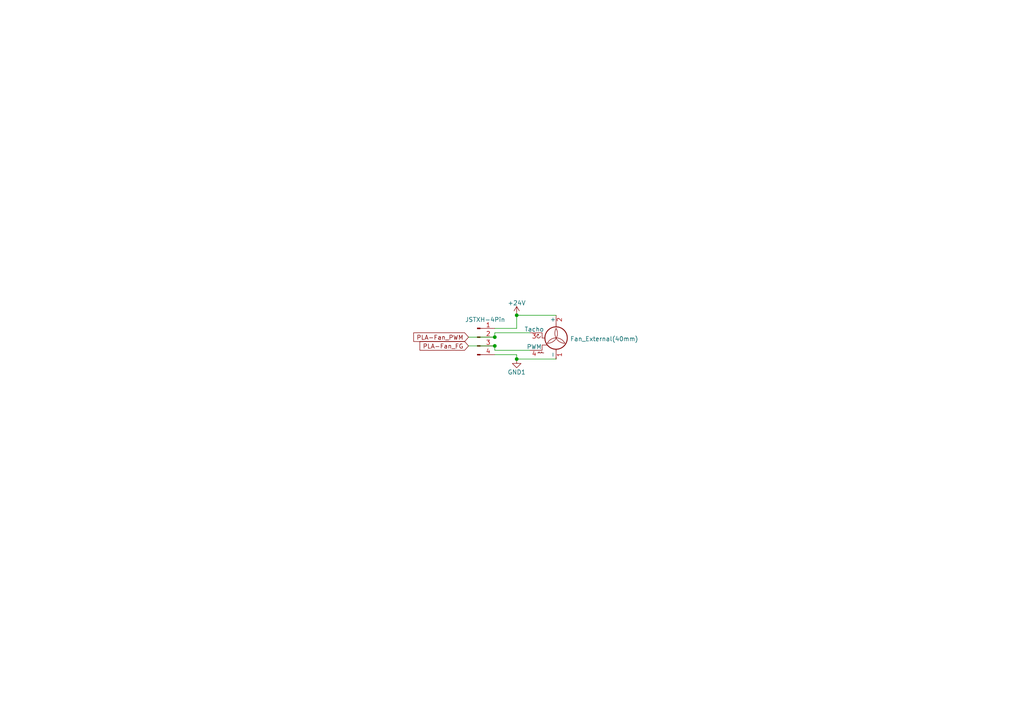
<source format=kicad_sch>
(kicad_sch (version 20250114) (generator "eeschema") (generator_version "9.0")
  (paper "A4")
  (lib_symbols
    (symbol "Connector:Conn_01x04_Pin" (pin_names (offset 1.016) (hide yes))
      (property "Reference" "J" (at 0 5.08 0))
      (property "Value" "Conn_01x04_Pin" (at 0 -7.62 0))
      (symbol "Conn_01x04_Pin_1_1"
        (rectangle (start 0.8636 2.667) (end 0 2.413) (stroke (width 0.1524)) (fill (type outline)))
        (rectangle (start 0.8636 0.127) (end 0 -0.127) (stroke (width 0.1524)) (fill (type outline)))
        (rectangle (start 0.8636 -2.413) (end 0 -2.667) (stroke (width 0.1524)) (fill (type outline)))
        (rectangle (start 0.8636 -4.953) (end 0 -5.207) (stroke (width 0.1524)) (fill (type outline)))
        (polyline (pts (xy 1.27 2.54) (xy 0.8636 2.54)) (stroke (width 0.1524)))
        (polyline (pts (xy 1.27 0) (xy 0.8636 0)) (stroke (width 0.1524)))
        (polyline (pts (xy 1.27 -2.54) (xy 0.8636 -2.54)) (stroke (width 0.1524)))
        (polyline (pts (xy 1.27 -5.08) (xy 0.8636 -5.08)) (stroke (width 0.1524)))
        (pin passive line (at 5.08 2.54 180) (length 3.81) (name "Pin_1") (number "1"))
        (pin passive line (at 5.08 0 180) (length 3.81) (name "Pin_2") (number "2"))
        (pin passive line (at 5.08 -2.54 180) (length 3.81) (name "Pin_3") (number "3"))
        (pin passive line (at 5.08 -5.08 180) (length 3.81) (name "Pin_4") (number "4"))
      )
    )
    (symbol "Motor:Fan_4pin" (pin_names (offset 0))
      (property "Reference" "M" (at 2.54 5.08 0))
      (property "Value" "Fan_4pin" (at 2.54 -2.54 0))
      (symbol "Fan_4pin_0_0"
        (polyline (pts (xy -5.08 2.032) (xy -5.334 2.159)))
        (polyline (pts (xy -5.08 2.032) (xy -5.207 1.778)))
        (arc (start -4.572 1.524) (mid -5.08 1.0182) (end -5.588 1.524))
        (arc (start -5.588 1.524) (mid -5.4392 1.8832) (end -5.08 2.032))
        (polyline (pts (xy -4.064 2.54) (xy -4.064 1.016) (xy -3.302 1.016)))
      )
      (symbol "Fan_4pin_0_1"
        (polyline (pts (xy -5.334 -3.302) (xy -5.08 -3.302) (xy -5.08 -3.048) (xy -4.826 -3.048) (xy -4.826 -3.302) (xy -4.318 -3.302) (xy -4.318 -3.048) (xy -4.064 -3.048) (xy -4.064 -3.302) (xy -3.556 -3.302)))
        (polyline (pts (xy -4.064 2.54) (xy -5.08 2.54)))
        (polyline (pts (xy -2.54 -1.016) (xy -4.064 -1.016) (xy -4.064 -2.54) (xy -5.08 -2.54)))
        (arc (start 0 3.81) (mid -0.0015 0.9048) (end -2.54 -0.508))
        (polyline (pts (xy 0 4.572) (xy 0 5.08)))
        (polyline (pts (xy 0 4.2672) (xy 0 4.6228)))
        (circle (center 0 1.016) (radius 3.2512) (stroke (width 0.254)))
        (arc (start -2.54 -0.508) (mid 0 1.0618) (end 2.54 -0.508))
        (polyline (pts (xy 0 -2.2352) (xy 0 -2.6416)))
        (polyline (pts (xy 0 -5.08) (xy 0 -4.572)))
        (arc (start 2.54 -0.508) (mid 0.047 0.9315) (end 0 3.81))
      )
      (symbol "Fan_4pin_1_1"
        (pin passive line (at -7.62 2.54 0) (length 2.54) (name "Tacho") (number "3"))
        (pin input line (at -7.62 -2.54 0) (length 2.54) (name "PWM") (number "4"))
        (pin passive line (at 0 7.62 270) (length 2.54) (name "+") (number "2"))
        (pin passive line (at 0 -5.08 90) (length 2.54) (name "-") (number "1"))
      )
    )
    (symbol "power:+24V" (power) (pin_numbers (hide yes)) (pin_names (offset 0) (hide yes))
      (property "Value" "+24V" (at 0 3.556 0))
      (symbol "+24V_0_1"
        (polyline (pts (xy -0.762 1.27) (xy 0 2.54)))
        (polyline (pts (xy 0 2.54) (xy 0.762 1.27)))
        (polyline (pts (xy 0 0) (xy 0 2.54)))
      )
      (symbol "+24V_1_1"
        (pin power_in line (at 0 0 90) (length 0) (name "~") (number "1"))
      )
    )
    (symbol "power:GND1" (power) (pin_numbers (hide yes)) (pin_names (offset 0) (hide yes))
      (property "Value" "GND1" (at 0 -3.81 0))
      (symbol "GND1_0_1"
        (polyline (pts (xy 0 0) (xy 0 -1.27) (xy 1.27 -1.27) (xy 0 -2.54) (xy -1.27 -1.27) (xy 0 -1.27)))
      )
      (symbol "GND1_1_1"
        (pin power_in line (at 0 0 270) (length 0) (name "~") (number "1"))
      )
    )
  )
  (junction (at 149.86 91.44))
  (junction (at 143.51 100.33))
  (junction (at 143.51 97.79))
  (junction (at 149.86 104.14))
  (wire (pts (xy 143.51 96.52) (xy 143.51 97.79)))
  (wire (pts (xy 143.51 95.25) (xy 149.86 95.25)))
  (wire (pts (xy 149.86 104.14) (xy 161.29 104.14)))
  (wire (pts (xy 149.86 102.87) (xy 149.86 104.14)))
  (wire (pts (xy 149.86 91.44) (xy 161.29 91.44)))
  (wire (pts (xy 149.86 95.25) (xy 149.86 91.44)))
  (wire (pts (xy 143.51 102.87) (xy 149.86 102.87)))
  (wire (pts (xy 153.67 96.52) (xy 143.51 96.52)))
  (wire (pts (xy 135.89 97.79) (xy 143.51 97.79)))
  (wire (pts (xy 143.51 101.6) (xy 143.51 100.33)))
  (wire (pts (xy 153.67 101.6) (xy 143.51 101.6)))
  (wire (pts (xy 135.89 100.33) (xy 143.51 100.33)))
  (global_label "PLA-Fan_PWM" (shape input) (at 135.89 97.79 180) (property "Intersheetrefs" "${INTERSHEET_REFS}" (effects (hide yes))))
  (global_label "PLA-Fan_FG" (shape input) (at 135.89 100.33 180) (property "Intersheetrefs" "${INTERSHEET_REFS}" (effects (hide yes))))
  (symbol (lib_id "power:GND1") (at 149.86 104.14 0) (unit 1)
    (property "Reference" "#PWR07" (effects (hide yes)))
    (property "Value" "GND1" (at 149.86 107.95 0))
    (property "Description" "Power symbol creates a global label with name \"GND1\" , ground" (effects (hide yes)))
  )
  (symbol (lib_id "power:+24V") (at 149.86 91.44 0) (unit 1)
    (property "Reference" "#PWR08" (effects (hide yes)))
    (property "Value" "+24V" (at 149.86 87.884 0))
    (property "Description" "Power symbol creates a global label with name \"+24V\"" (effects (hide yes)))
  )
  (symbol (lib_id "Connector:Conn_01x04_Pin") (at 138.43 97.79 0) (unit 1)
    (property "Reference" "JSTXH-4Pin" (at 140.716 92.71 0))
    (property "Value" "Conn_01x04_Pin" (effects (hide yes)))
    (property "Description" "Generic connector, single row, 01x04, script generated" (effects (hide yes)))
  )
  (symbol (lib_id "Motor:Fan_4pin") (at 161.29 99.06 0) (unit 1)
    (property "Reference" "M1" (effects (hide yes)))
    (property "Value" "Fan_External(40mm)" (at 165.354 98.298 0) (effects (justify left)))
    (property "Datasheet" "http://www.formfactors.org/developer%5Cspecs%5Crev1_2_public.pdf" (effects (hide yes)))
    (property "Description" "Fan, tacho output, PWM input, 4-pin connector" (effects (hide yes)))
  )
)
</source>
